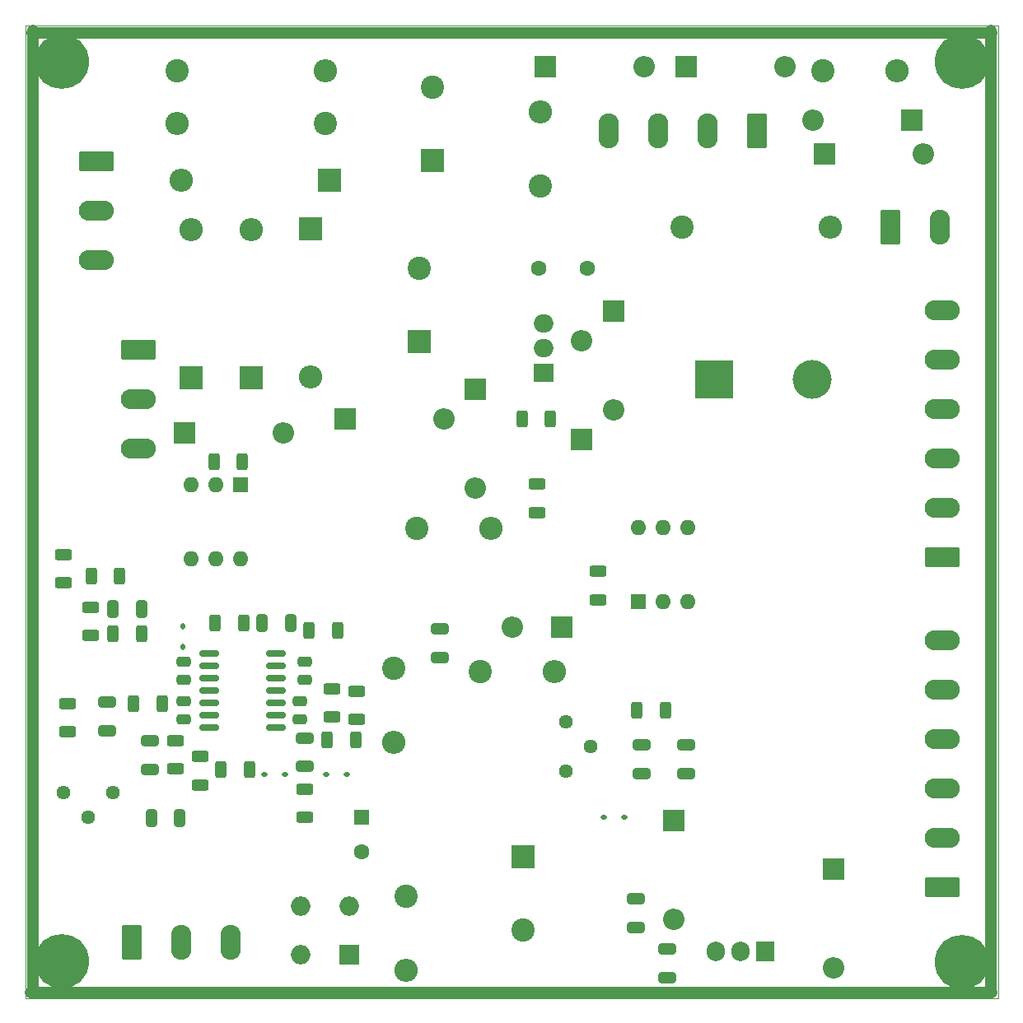
<source format=gbr>
%TF.GenerationSoftware,KiCad,Pcbnew,8.0.0*%
%TF.CreationDate,2024-02-29T12:59:18+01:00*%
%TF.ProjectId,G1-ALC,47312d41-4c43-42e6-9b69-6361645f7063,rev?*%
%TF.SameCoordinates,Original*%
%TF.FileFunction,Soldermask,Top*%
%TF.FilePolarity,Negative*%
%FSLAX46Y46*%
G04 Gerber Fmt 4.6, Leading zero omitted, Abs format (unit mm)*
G04 Created by KiCad (PCBNEW 8.0.0) date 2024-02-29 12:59:18*
%MOMM*%
%LPD*%
G01*
G04 APERTURE LIST*
G04 Aperture macros list*
%AMRoundRect*
0 Rectangle with rounded corners*
0 $1 Rounding radius*
0 $2 $3 $4 $5 $6 $7 $8 $9 X,Y pos of 4 corners*
0 Add a 4 corners polygon primitive as box body*
4,1,4,$2,$3,$4,$5,$6,$7,$8,$9,$2,$3,0*
0 Add four circle primitives for the rounded corners*
1,1,$1+$1,$2,$3*
1,1,$1+$1,$4,$5*
1,1,$1+$1,$6,$7*
1,1,$1+$1,$8,$9*
0 Add four rect primitives between the rounded corners*
20,1,$1+$1,$2,$3,$4,$5,0*
20,1,$1+$1,$4,$5,$6,$7,0*
20,1,$1+$1,$6,$7,$8,$9,0*
20,1,$1+$1,$8,$9,$2,$3,0*%
G04 Aperture macros list end*
%ADD10C,1.200000*%
%ADD11RoundRect,0.249999X-1.550001X0.790001X-1.550001X-0.790001X1.550001X-0.790001X1.550001X0.790001X0*%
%ADD12O,3.600000X2.080000*%
%ADD13RoundRect,0.249999X-0.790001X-1.550001X0.790001X-1.550001X0.790001X1.550001X-0.790001X1.550001X0*%
%ADD14O,2.080000X3.600000*%
%ADD15RoundRect,0.249999X1.550001X-0.790001X1.550001X0.790001X-1.550001X0.790001X-1.550001X-0.790001X0*%
%ADD16RoundRect,0.249999X0.790001X1.550001X-0.790001X1.550001X-0.790001X-1.550001X0.790001X-1.550001X0*%
%ADD17RoundRect,0.150000X-0.837500X-0.150000X0.837500X-0.150000X0.837500X0.150000X-0.837500X0.150000X0*%
%ADD18RoundRect,0.250000X0.650000X-0.325000X0.650000X0.325000X-0.650000X0.325000X-0.650000X-0.325000X0*%
%ADD19RoundRect,0.250000X-0.650000X0.325000X-0.650000X-0.325000X0.650000X-0.325000X0.650000X0.325000X0*%
%ADD20RoundRect,0.250000X-0.325000X-0.650000X0.325000X-0.650000X0.325000X0.650000X-0.325000X0.650000X0*%
%ADD21RoundRect,0.250000X0.325000X0.650000X-0.325000X0.650000X-0.325000X-0.650000X0.325000X-0.650000X0*%
%ADD22RoundRect,0.250000X-0.625000X0.312500X-0.625000X-0.312500X0.625000X-0.312500X0.625000X0.312500X0*%
%ADD23RoundRect,0.250000X-0.312500X-0.625000X0.312500X-0.625000X0.312500X0.625000X-0.312500X0.625000X0*%
%ADD24RoundRect,0.250000X0.625000X-0.312500X0.625000X0.312500X-0.625000X0.312500X-0.625000X-0.312500X0*%
%ADD25RoundRect,0.250000X0.312500X0.625000X-0.312500X0.625000X-0.312500X-0.625000X0.312500X-0.625000X0*%
%ADD26RoundRect,0.250000X0.475000X-0.250000X0.475000X0.250000X-0.475000X0.250000X-0.475000X-0.250000X0*%
%ADD27R,2.400000X2.400000*%
%ADD28C,2.400000*%
%ADD29R,2.200000X2.200000*%
%ADD30O,2.200000X2.200000*%
%ADD31O,2.400000X2.400000*%
%ADD32C,5.600000*%
%ADD33R,1.905000X2.000000*%
%ADD34O,1.905000X2.000000*%
%ADD35R,1.600000X1.600000*%
%ADD36O,1.600000X1.600000*%
%ADD37RoundRect,0.112500X-0.187500X-0.112500X0.187500X-0.112500X0.187500X0.112500X-0.187500X0.112500X0*%
%ADD38RoundRect,0.112500X0.187500X0.112500X-0.187500X0.112500X-0.187500X-0.112500X0.187500X-0.112500X0*%
%ADD39R,4.000000X4.000000*%
%ADD40C,4.000000*%
%ADD41RoundRect,0.250000X-0.475000X0.250000X-0.475000X-0.250000X0.475000X-0.250000X0.475000X0.250000X0*%
%ADD42RoundRect,0.112500X0.112500X-0.187500X0.112500X0.187500X-0.112500X0.187500X-0.112500X-0.187500X0*%
%ADD43C,1.600000*%
%ADD44R,2.000000X2.000000*%
%ADD45O,2.000000X2.000000*%
%ADD46C,1.440000*%
%ADD47R,2.000000X1.905000*%
%ADD48O,2.000000X1.905000*%
%TA.AperFunction,Profile*%
%ADD49C,0.100000*%
%TD*%
G04 APERTURE END LIST*
D10*
X50670000Y-25750000D02*
X149360000Y-25750000D01*
X50750000Y-25500000D02*
X50750000Y-124500000D01*
X50500000Y-124500000D02*
X149352000Y-124500000D01*
X149250000Y-25500000D02*
X149250000Y-124500000D01*
D11*
%TO.C,J102*%
X57343500Y-38977500D03*
D12*
X57343500Y-44057500D03*
X57343500Y-49137500D03*
%TD*%
D13*
%TO.C,J101*%
X60960000Y-119340500D03*
D14*
X66040000Y-119340500D03*
X71120000Y-119340500D03*
%TD*%
D15*
%TO.C,J107*%
X144222500Y-113700000D03*
D12*
X144222500Y-108620000D03*
X144222500Y-103540000D03*
X144222500Y-98460000D03*
X144222500Y-93380000D03*
X144222500Y-88300000D03*
%TD*%
D15*
%TO.C,J108*%
X144222500Y-79700000D03*
D12*
X144222500Y-74620000D03*
X144222500Y-69540000D03*
X144222500Y-64460000D03*
X144222500Y-59380000D03*
X144222500Y-54300000D03*
%TD*%
D13*
%TO.C,J104*%
X138960000Y-45722500D03*
D14*
X144040000Y-45722500D03*
%TD*%
D16*
%TO.C,J103*%
X125222000Y-35853500D03*
D14*
X120142000Y-35853500D03*
X115062000Y-35853500D03*
X109982000Y-35853500D03*
%TD*%
D11*
%TO.C,J105*%
X61638700Y-58343800D03*
D12*
X61638700Y-63423800D03*
X61638700Y-68503800D03*
%TD*%
D17*
%TO.C,U102*%
X68867500Y-89611367D03*
X68867500Y-90881367D03*
X68867500Y-92151367D03*
X68867500Y-93421367D03*
X68867500Y-94691367D03*
X68867500Y-95961367D03*
X68867500Y-97231367D03*
X75792500Y-97231367D03*
X75792500Y-95961367D03*
X75792500Y-94691367D03*
X75792500Y-93421367D03*
X75792500Y-92151367D03*
X75792500Y-90881367D03*
X75792500Y-89611367D03*
%TD*%
D18*
%TO.C,C106*%
X112776000Y-117807000D03*
X112776000Y-114857000D03*
%TD*%
D19*
%TO.C,C120*%
X62770000Y-98600000D03*
X62770000Y-101550000D03*
%TD*%
%TO.C,C118*%
X58404896Y-94646428D03*
X58404896Y-97596428D03*
%TD*%
%TO.C,C121*%
X113317476Y-99051500D03*
X113317476Y-102001500D03*
%TD*%
%TO.C,C109*%
X116000000Y-120025000D03*
X116000000Y-122975000D03*
%TD*%
D20*
%TO.C,C116*%
X74305000Y-86475367D03*
X77255000Y-86475367D03*
%TD*%
D19*
%TO.C,C113*%
X117889476Y-99051500D03*
X117889476Y-102001500D03*
%TD*%
D18*
%TO.C,C108*%
X92620000Y-90025000D03*
X92620000Y-87075000D03*
%TD*%
D19*
%TO.C,C111*%
X78680000Y-98296367D03*
X78680000Y-101246367D03*
%TD*%
D20*
%TO.C,C115*%
X58995000Y-85019867D03*
X61945000Y-85019867D03*
%TD*%
D21*
%TO.C,C110*%
X65885000Y-106530000D03*
X62935000Y-106530000D03*
%TD*%
D22*
%TO.C,R125*%
X65430000Y-98573000D03*
X65430000Y-101498000D03*
%TD*%
D23*
%TO.C,R128*%
X69377500Y-69870000D03*
X72302500Y-69870000D03*
%TD*%
%TO.C,R117*%
X56763500Y-81645367D03*
X59688500Y-81645367D03*
%TD*%
D22*
%TO.C,R112*%
X84014000Y-93482867D03*
X84014000Y-96407867D03*
%TD*%
D24*
%TO.C,R121*%
X67940000Y-103142500D03*
X67940000Y-100217500D03*
%TD*%
%TO.C,R116*%
X56680000Y-87792367D03*
X56680000Y-84867367D03*
%TD*%
D23*
%TO.C,R114*%
X112870976Y-95446500D03*
X115795976Y-95446500D03*
%TD*%
D25*
%TO.C,R120*%
X82068500Y-87237367D03*
X79143500Y-87237367D03*
%TD*%
D23*
%TO.C,R118*%
X59007500Y-87559867D03*
X61932500Y-87559867D03*
%TD*%
D25*
%TO.C,R106*%
X103962500Y-65500000D03*
X101037500Y-65500000D03*
%TD*%
%TO.C,R111*%
X83952500Y-98501367D03*
X81027500Y-98501367D03*
%TD*%
D23*
%TO.C,R126*%
X70087500Y-101549867D03*
X73012500Y-101549867D03*
%TD*%
D22*
%TO.C,R115*%
X53940000Y-79447367D03*
X53940000Y-82372367D03*
%TD*%
%TO.C,R301*%
X108890000Y-81157500D03*
X108890000Y-84082500D03*
%TD*%
D23*
%TO.C,R119*%
X69491500Y-86475367D03*
X72416500Y-86475367D03*
%TD*%
D24*
%TO.C,R108*%
X102560000Y-75112500D03*
X102560000Y-72187500D03*
%TD*%
%TO.C,R127*%
X78710000Y-106472367D03*
X78710000Y-103547367D03*
%TD*%
D22*
%TO.C,R113*%
X81474000Y-93228867D03*
X81474000Y-96153867D03*
%TD*%
D23*
%TO.C,R124*%
X61147500Y-94789867D03*
X64072500Y-94789867D03*
%TD*%
D22*
%TO.C,R122*%
X54296000Y-94752867D03*
X54296000Y-97677867D03*
%TD*%
D26*
%TO.C,C114*%
X66234000Y-92339367D03*
X66234000Y-90439367D03*
%TD*%
D27*
%TO.C,C105*%
X101142800Y-110559200D03*
D28*
X101142800Y-118059200D03*
%TD*%
D29*
%TO.C,D301*%
X110500000Y-54420000D03*
D30*
X110500000Y-64580000D03*
%TD*%
D28*
%TO.C,RLK1*%
X87824000Y-91135367D03*
D31*
X87824000Y-98755367D03*
%TD*%
D32*
%TO.C,H104*%
X146250000Y-121326000D03*
%TD*%
D33*
%TO.C,U101*%
X126034800Y-120294400D03*
D34*
X123494800Y-120294400D03*
X120954800Y-120294400D03*
%TD*%
D35*
%TO.C,U301*%
X112975000Y-84300000D03*
D36*
X115515000Y-84300000D03*
X118055000Y-84300000D03*
X118055000Y-76680000D03*
X115515000Y-76680000D03*
X112975000Y-76680000D03*
%TD*%
D37*
%TO.C,D122*%
X74582000Y-102057367D03*
X76682000Y-102057367D03*
%TD*%
D27*
%TO.C,D103*%
X73230000Y-61230000D03*
D31*
X73230000Y-45990000D03*
%TD*%
D29*
%TO.C,D120*%
X133096000Y-111760000D03*
D30*
X133096000Y-121920000D03*
%TD*%
D38*
%TO.C,D124*%
X111550000Y-106500000D03*
X109450000Y-106500000D03*
%TD*%
D39*
%TO.C,C103*%
X120839775Y-61384316D03*
D40*
X130839775Y-61384316D03*
%TD*%
D28*
%TO.C,R103*%
X131965000Y-29710000D03*
D31*
X139585000Y-29710000D03*
%TD*%
D32*
%TO.C,H103*%
X53750000Y-121250000D03*
%TD*%
D41*
%TO.C,C112*%
X78172000Y-94503367D03*
X78172000Y-96403367D03*
%TD*%
D29*
%TO.C,D110*%
X141080000Y-34750000D03*
D30*
X130920000Y-34750000D03*
%TD*%
D29*
%TO.C,D119*%
X116669476Y-106783000D03*
D30*
X116669476Y-116943000D03*
%TD*%
D35*
%TO.C,U103*%
X72121000Y-72229500D03*
D36*
X69581000Y-72229500D03*
X67041000Y-72229500D03*
X67041000Y-79849500D03*
X69581000Y-79849500D03*
X72121000Y-79849500D03*
%TD*%
D29*
%TO.C,D118*%
X105116182Y-86928000D03*
D30*
X100036182Y-86928000D03*
%TD*%
D38*
%TO.C,D121*%
X83032000Y-102057367D03*
X80932000Y-102057367D03*
%TD*%
D42*
%TO.C,D123*%
X66210000Y-88899867D03*
X66210000Y-86799867D03*
%TD*%
D29*
%TO.C,D111*%
X132170000Y-38250000D03*
D30*
X142330000Y-38250000D03*
%TD*%
D28*
%TO.C,R110*%
X96715000Y-91500000D03*
D31*
X104335000Y-91500000D03*
%TD*%
D27*
%TO.C,D104*%
X81280000Y-40960000D03*
D31*
X66040000Y-40960000D03*
%TD*%
D28*
%TO.C,R101*%
X65560000Y-29660000D03*
D31*
X80800000Y-29660000D03*
%TD*%
D29*
%TO.C,D114*%
X107193376Y-67580000D03*
D30*
X107193376Y-57420000D03*
%TD*%
D28*
%TO.C,R105*%
X90215000Y-76750000D03*
D31*
X97835000Y-76750000D03*
%TD*%
D29*
%TO.C,D112*%
X117920000Y-29210000D03*
D30*
X128080000Y-29210000D03*
%TD*%
D43*
%TO.C,C104*%
X107750000Y-50000000D03*
X102750000Y-50000000D03*
%TD*%
D29*
%TO.C,D115*%
X82910000Y-65500000D03*
D30*
X93070000Y-65500000D03*
%TD*%
D28*
%TO.C,R102*%
X80800000Y-35050000D03*
D31*
X65560000Y-35050000D03*
%TD*%
D27*
%TO.C,C101*%
X90500000Y-57500000D03*
D28*
X90500000Y-50000000D03*
%TD*%
%TO.C,R107*%
X102920800Y-41537400D03*
D31*
X102920800Y-33917400D03*
%TD*%
D28*
%TO.C,R104*%
X117460000Y-45770000D03*
D31*
X132700000Y-45770000D03*
%TD*%
D44*
%TO.C,BR101*%
X83272000Y-120610000D03*
D45*
X83272000Y-115610000D03*
X78272000Y-115610000D03*
X78272000Y-120610000D03*
%TD*%
D29*
%TO.C,D113*%
X103420000Y-29210000D03*
D30*
X113580000Y-29210000D03*
%TD*%
D27*
%TO.C,C102*%
X91821000Y-38869000D03*
D28*
X91821000Y-31369000D03*
%TD*%
D46*
%TO.C,RV103*%
X105540476Y-101740000D03*
X108080476Y-99200000D03*
X105540476Y-96660000D03*
%TD*%
D26*
%TO.C,C117*%
X78680000Y-92339367D03*
X78680000Y-90439367D03*
%TD*%
D27*
%TO.C,D101*%
X79320000Y-45960000D03*
D31*
X79320000Y-61200000D03*
%TD*%
D32*
%TO.C,H101*%
X146250000Y-28750000D03*
%TD*%
D35*
%TO.C,C107*%
X84582000Y-106482000D03*
D43*
X84582000Y-109982000D03*
%TD*%
D46*
%TO.C,RV101*%
X53950000Y-103945000D03*
X56490000Y-106485000D03*
X59030000Y-103945000D03*
%TD*%
D47*
%TO.C,Q101*%
X103250000Y-60750000D03*
D48*
X103250000Y-58210000D03*
X103250000Y-55670000D03*
%TD*%
D32*
%TO.C,H102*%
X53750000Y-28750000D03*
%TD*%
D29*
%TO.C,D117*%
X66370000Y-66910000D03*
D30*
X76530000Y-66910000D03*
%TD*%
D27*
%TO.C,D102*%
X67070000Y-61230000D03*
D31*
X67070000Y-45990000D03*
%TD*%
D28*
%TO.C,R109*%
X89154000Y-114571000D03*
D31*
X89154000Y-122191000D03*
%TD*%
D29*
%TO.C,D116*%
X96250000Y-62420000D03*
D30*
X96250000Y-72580000D03*
%TD*%
D41*
%TO.C,C119*%
X66234000Y-94503367D03*
X66234000Y-96403367D03*
%TD*%
D49*
X50034000Y-25000000D02*
X150000000Y-25000000D01*
X150000000Y-125076000D01*
X50034000Y-125076000D01*
X50034000Y-25000000D01*
M02*

</source>
